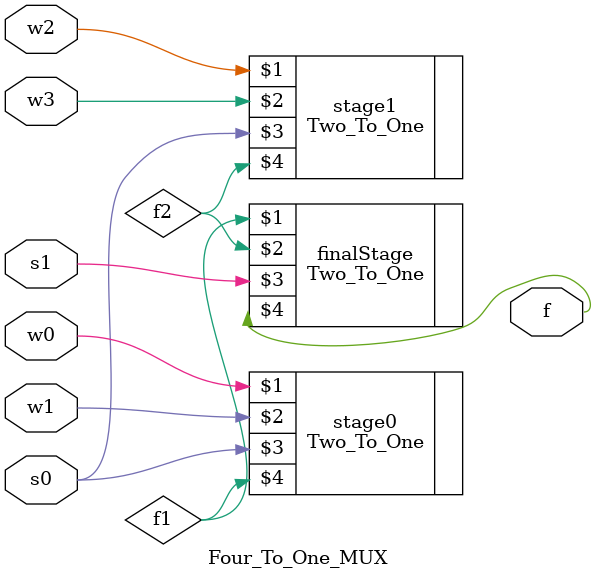
<source format=v>
module Four_To_One_MUX(w0,w1, w2, w3, s0, s1, f);
	input w0, w1, w2, w3, s0, s1;
	output f;
	wire f1,f2;
	
	
	
	Two_To_One stage0(w0, w1, s0, f1);
	Two_To_One stage1(w2,w3, s0, f2);
	
	Two_To_One finalStage(f1, f2, s1, f);


endmodule
</source>
